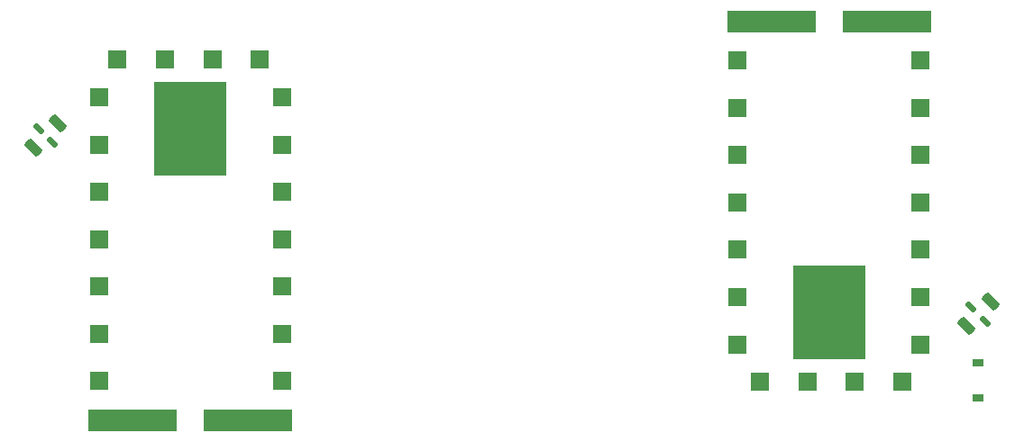
<source format=gbr>
%TF.GenerationSoftware,KiCad,Pcbnew,(6.0.9)*%
%TF.CreationDate,2022-12-22T22:01:23+02:00*%
%TF.ProjectId,cross_band_handy_walkie_talkie_V1,63726f73-735f-4626-916e-645f68616e64,rev?*%
%TF.SameCoordinates,Original*%
%TF.FileFunction,Paste,Bot*%
%TF.FilePolarity,Positive*%
%FSLAX46Y46*%
G04 Gerber Fmt 4.6, Leading zero omitted, Abs format (unit mm)*
G04 Created by KiCad (PCBNEW (6.0.9)) date 2022-12-22 22:01:23*
%MOMM*%
%LPD*%
G01*
G04 APERTURE LIST*
G04 Aperture macros list*
%AMRoundRect*
0 Rectangle with rounded corners*
0 $1 Rounding radius*
0 $2 $3 $4 $5 $6 $7 $8 $9 X,Y pos of 4 corners*
0 Add a 4 corners polygon primitive as box body*
4,1,4,$2,$3,$4,$5,$6,$7,$8,$9,$2,$3,0*
0 Add four circle primitives for the rounded corners*
1,1,$1+$1,$2,$3*
1,1,$1+$1,$4,$5*
1,1,$1+$1,$6,$7*
1,1,$1+$1,$8,$9*
0 Add four rect primitives between the rounded corners*
20,1,$1+$1,$2,$3,$4,$5,0*
20,1,$1+$1,$4,$5,$6,$7,0*
20,1,$1+$1,$6,$7,$8,$9,0*
20,1,$1+$1,$8,$9,$2,$3,0*%
G04 Aperture macros list end*
%ADD10RoundRect,0.189600X0.268701X-0.651104X0.651104X-0.268701X-0.268701X0.651104X-0.651104X0.268701X0*%
%ADD11RoundRect,0.092500X0.224506X-0.440174X0.440174X-0.224506X-0.224506X0.440174X-0.440174X0.224506X0*%
%ADD12R,1.080000X0.780000*%
%ADD13R,1.680000X1.680000*%
%ADD14R,8.380000X2.080000*%
%ADD15R,6.880000X8.880000*%
%ADD16RoundRect,0.189600X-0.268701X0.651104X-0.651104X0.268701X0.268701X-0.651104X0.651104X-0.268701X0*%
%ADD17RoundRect,0.092500X-0.224506X0.440174X-0.440174X0.224506X0.224506X-0.440174X0.440174X-0.224506X0*%
G04 APERTURE END LIST*
D10*
%TO.C,FL2*%
X142650951Y-83749049D03*
D11*
X143144158Y-81944158D03*
D10*
X144949049Y-81450951D03*
D11*
X144455842Y-83255842D03*
%TD*%
D12*
%TO.C,D3*%
X143800000Y-90450000D03*
X143800000Y-87150000D03*
%TD*%
D13*
%TO.C,U14*%
X121200000Y-58750000D03*
X121200000Y-63200000D03*
X121200000Y-67650000D03*
X121200000Y-72100000D03*
X121200000Y-76550000D03*
X121200000Y-81000000D03*
X121200000Y-85450000D03*
X123290000Y-89000000D03*
X127740000Y-89000000D03*
D14*
X135200000Y-55050000D03*
X124400000Y-55050000D03*
D15*
X129800000Y-82450000D03*
D13*
X132190000Y-89000000D03*
X136640000Y-89000000D03*
X138400000Y-85450000D03*
X138400000Y-81000000D03*
X138400000Y-76550000D03*
X138400000Y-72100000D03*
X138400000Y-67650000D03*
X138400000Y-63200000D03*
X138400000Y-58750000D03*
%TD*%
D16*
%TO.C,FL1*%
X57349049Y-64650951D03*
D17*
X56855842Y-66455842D03*
D16*
X55050951Y-66949049D03*
D17*
X55544158Y-65144158D03*
%TD*%
D13*
%TO.C,U13*%
X78400000Y-88900000D03*
X78400000Y-84450000D03*
X78400000Y-80000000D03*
X78400000Y-75550000D03*
X78400000Y-71100000D03*
X78400000Y-66650000D03*
X78400000Y-62200000D03*
X76310000Y-58650000D03*
X71860000Y-58650000D03*
D14*
X75200000Y-92600000D03*
D15*
X69800000Y-65200000D03*
D13*
X67410000Y-58650000D03*
D14*
X64400000Y-92600000D03*
D13*
X62960000Y-58650000D03*
X61200000Y-62200000D03*
X61200000Y-66650000D03*
X61200000Y-71100000D03*
X61200000Y-75550000D03*
X61200000Y-80000000D03*
X61200000Y-84450000D03*
X61200000Y-88900000D03*
%TD*%
M02*

</source>
